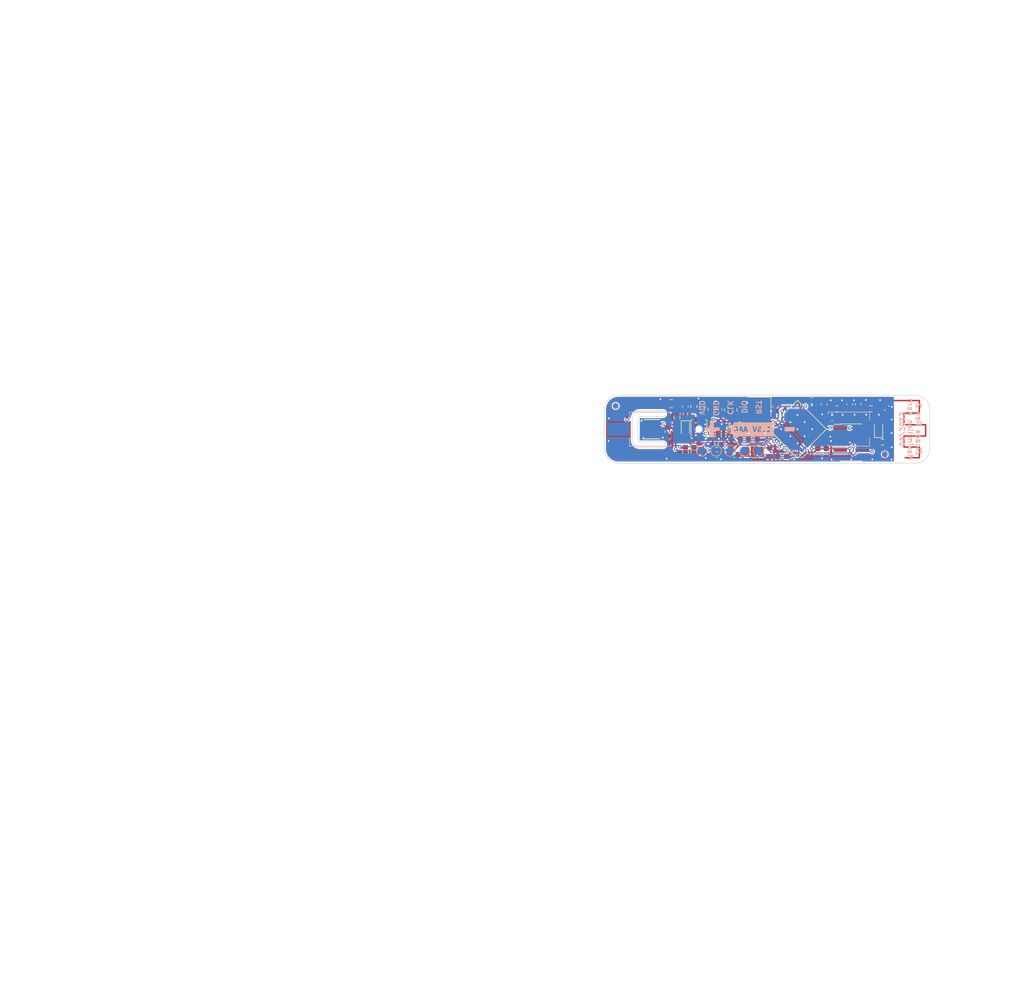
<source format=kicad_pcb>
(kicad_pcb (version 20241229) (generator "pcbnew") (generator_version "9.0")
  (title_block (title "Zicada") (date "2025-09-03") (rev "2") (company "Maximilian Kern"))
  (layers (0 "F.Cu" signal) (2 "B.Cu" signal) (13 "F.Paste" user) (15 "B.Paste" user) (5 "F.SilkS" user "F.Silkscreen") (7 "B.SilkS" user "B.Silkscreen") (1 "F.Mask" user) (3 "B.Mask" user) (25 "Edge.Cuts" user))
  (property "ADDRESS1" "")
  (property "ADDRESS2" "")
  (property "ADDRESS3" "")
  (property "ADDRESS4" "")
  (property "APPLICATION_BUILDNUMBER" "")
  (property "APPROVEDBY" "")
  (property "AUTHOR" "=Designer")
  (property "CHECKEDBY" "")
  (property "CURRENTDATE" "")
  (property "CURRENTTIME" "")
  (property "DOCUMENTFULLPATHANDNAME" "")
  (property "DOCUMENTNAME" "")
  (property "DOCUMENTNUMBER" "")
  (property "DOCUMENTSIZE" "A4")
  (property "DRAWNBY" "=Designer")
  (property "ENGINEER" "")
  (property "IMAGEPATH" "")
  (property "MODIFIEDDATE" "")
  (property "ORGANIZATION" "Nordic Semiconductor")
  (property "PROJECTNAME" "=ProjectName")
  (property "SHEETTOTAL" "1")
  (property "TIME" "")
  (net 0 "")
  (net 1 "GND")
  (net 2 "/DEC5")
  (net 3 "VDD")
  (net 4 "/DEC3")
  (net 5 "/DEC4_6")
  (net 6 "/DEC1")
  (net 7 "+BATT")
  (net 8 "/SCL")
  (net 9 "/LED2")
  (net 10 "/SDA")
  (net 11 "/HALL_IN")
  (net 12 "/SWDCLK")
  (net 13 "/NRST")
  (net 14 "/SWDIO")
  (net 15 "Net-(J2-Pin_1)")
  (net 19 "Net-(D1-K)")
  (net 20 "/VSENS")
  (net 21 "/SW1")
  (net 22 "/LED1")
  (net 23 "Net-(U4-VIN)")
  (net 24 "Net-(C1-Pad2)")
  (net 25 "Net-(C4-Pad2)")
  (net 26 "Net-(U1-XC1)")
  (net 27 "Net-(U1-XC2)")
  (net 28 "Net-(U4-SW)")
  (net 30 "Net-(U1-ANT)")
  (net 31 "Net-(U1-XL2{slash}P0.01)")
  (net 32 "Net-(U1-XL1{slash}P0.00)")
  (net 76 "unconnected-(U2-EP-Pad7)")
  (net 77 "Net-(D2-K)")
  (footprint "Capacitor_SMD:C_0603_1608Metric" (layer "F.Cu") (at 161.6 88.625 90)
    (property "Reference" "C9" (hide yes))
    (property "Value" "0.8pF")
  )
  (footprint "Inductor_SMD:L_1008_2520Metric" (layer "F.Cu") (at 145.1 89.6 -90)
    (property "Reference" "L2" (hide yes))
    (property "Value" "4.7uH")
  )
  (footprint "Capacitor_SMD:C_0603_1608Metric" (layer "F.Cu") (at 166.1 88.6 -90)
    (property "Reference" "C7" (hide yes))
    (property "Value" "0.5pF")
  )
  (footprint "Capacitor_SMD:C_0603_1608Metric" (layer "F.Cu") (at 159.385266 88)
    (property "Reference" "C8" (hide yes))
    (property "Value" "100pF")
  )
  (footprint "Capacitor_SMD:C_0603_1608Metric" (layer "F.Cu") (at 146 94.8 180)
    (property "Reference" "C23" (hide yes))
    (property "Value" "10uF")
  )
  (footprint "Fiducial:Fiducial_1mm_Mask2mm" (layer "F.Cu") (at 172.3 97.4)
    (property "Reference" "FID1" (hide yes))
    (property "Value" "Fiducial")
  )
  (footprint "Capacitor_SMD:C_0603_1608Metric" (layer "F.Cu") (at 172.65 89.29 135)
    (property "Reference" "C1" (hide yes))
    (property "Value" "N.C.")
  )
  (footprint "Capacitor_SMD:C_0603_1608Metric" (layer "F.Cu") (at 143 89.5 90)
    (property "Reference" "C19" (hide yes))
    (property "Value" "100nF")
  )
  (footprint "Crystal:Crystal_SMD_Abracon_ABM8G-4Pin_3.2x2.5mm" (layer "F.Cu") (at 150.135266 89.05 180)
    (property "Reference" "Y1" (hide yes))
    (property "Value" "32MHz")
  )
  (footprint "Capacitor_SMD:C_0603_1608Metric" (layer "F.Cu") (at 152 97.1 90)
    (property "Reference" "C15" (hide yes))
    (property "Value" "12pF")
  )
  (footprint "LED_SMD:LED_0603_1608Metric" (layer "F.Cu") (at 137.1 93 -90)
    (property "Reference" "D2" (hide yes))
    (property "Value" "LED")
  )
  (footprint "Fuse:Fuse_0805_2012Metric" (layer "F.Cu") (at 134.6 88.5 180)
    (property "Reference" "F1" (hide yes))
    (property "Value" "350mA")
  )
  (footprint "Capacitor_SMD:C_0603_1608Metric" (layer "F.Cu") (at 145.7 97.5)
    (property "Reference" "C17" (hide yes))
    (property "Value" "12pF")
  )
  (footprint "Resistor_SMD:R_0603_1608Metric" (layer "F.Cu") (at 135.6 91 -90)
    (property "Reference" "R8" (hide yes))
    (property "Value" "330R")
  )
  (footprint "Capacitor_SMD:C_0603_1608Metric" (layer "F.Cu") (at 134 93.45 -90)
    (property "Reference" "C20" (hide yes))
    (property "Value" "100nF")
  )
  (footprint "Resistor_SMD:R_0603_1608Metric" (layer "F.Cu") (at 138.6 97.025 -90)
    (property "Reference" "R6" (hide yes))
    (property "Value" "10K")
  )
  (footprint "Button_Switch_SMD:SW_SPST_B3U-1000P-B" (layer "F.Cu") (at 139.5 93 90)
    (property "Reference" "SW1" (hide yes))
    (property "Value" "SW_Push")
  )
  (footprint "Package_TO_SOT_SMD:SOT-23" (layer "F.Cu") (at 142.9 93 90)
    (property "Reference" "U3" (hide yes))
    (property "Value" "SM351LT")
  )
  (footprint "Capacitor_SMD:C_0603_1608Metric" (layer "F.Cu") (at 153.035266 89 -90)
    (property "Reference" "C5" (hide yes))
    (property "Value" "12pF")
  )
  (footprint "Resistor_SMD:R_0603_1608Metric" (layer "F.Cu") (at 169.85 89.4)
    (property "Reference" "R1" (hide yes))
    (property "Value" "0R")
  )
  (footprint "Package_SON:WSON-6_1.5x1.5mm_P0.5mm" (layer "F.Cu") (at 145.7 92.8 -90)
    (property "Reference" "U4" (hide yes))
    (property "Value" "TPS610981")
  )
  (footprint "Resistor_SMD:R_0603_1608Metric" (layer "F.Cu") (at 141.6 89.5 -90)
    (property "Reference" "R4" (hide yes))
    (property "Value" "402R")
  )
  (footprint "Capacitor_SMD:C_0603_1608Metric" (layer "F.Cu") (at 161.985266 97.2 -90)
    (property "Reference" "C16" (hide yes))
    (property "Value" "100nF")
  )
  (footprint "Capacitor_SMD:C_0603_1608Metric" (layer "F.Cu") (at 149 94.8 180)
    (property "Reference" "C10" (hide yes))
    (property "Value" "100nF")
  )
  (footprint "Inductor_SMD:L_0603_1608Metric" (layer "F.Cu") (at 163.85 89.4 180)
    (property "Reference" "L1" (hide yes))
    (property "Value" "4.7nH")
  )
  (footprint "Capacitor_SMD:C_0603_1608Metric" (layer "F.Cu") (at 163 91.05)
    (property "Reference" "C3" (hide yes))
    (property "Value" "820pF")
  )
  (footprint "Capacitor_SMD:C_0603_1608Metric" (layer "F.Cu") (at 154.2 97.8)
    (property "Reference" "C11" (hide yes))
    (property "Value" "4.7uF")
  )
  (footprint "Capacitor_SMD:C_0603_1608Metric" (layer "F.Cu") (at 150.6 92.4 -90)
    (property "Reference" "C2" (hide yes))
    (property "Value" "1uF")
  )
  (footprint "Capacitor_SMD:C_0603_1608Metric" (layer "F.Cu") (at 137.1 89 -90)
    (property "Reference" "C24" (hide yes))
    (property "Value" "100nF")
  )
  (footprint "Connector_PinHeader_1.27mm:PinHeader_2x05_P1.27mm_Vertical_SMD" (layer "F.Cu") (at 166.385266 95.35)
    (property "Reference" "J1" (hide yes))
    (property "Value" "Conn_ARM_JTAG_SWD_10")
  )
  (footprint "Resistor_SMD:R_0603_1608Metric" (layer "F.Cu") (at 137.1 97.025 -90)
    (property "Reference" "R5" (hide yes))
    (property "Value" "10K")
  )
  (footprint "Package_SON:Texas_PWSON-N6" (layer "F.Cu") (at 131.1 93)
    (property "Reference" "U2" (hide yes))
    (property "Value" "HDC2080")
  )
  (footprint "Package_DFN_QFN:Nordic_AQFN-73-1EP_7x7mm_P0.5mm" (layer "F.Cu") (at 156.885266 93 45)
    (property "Reference" "U1" (hide yes))
    (property "Value" "nRF52840")
  )
  (footprint "Capacitor_SMD:C_0603_1608Metric" (layer "F.Cu") (at 160.485266 97.2 -90)
    (property "Reference" "C14" (hide yes))
    (property "Value" "100nF")
  )
  (footprint "Crystal:Crystal_SMD_MicroCrystal_CC7V-T1A-2Pin_3.2x1.5mm" (layer "F.Cu") (at 149.2 97 180)
    (property "Reference" "Y2" (hide yes))
    (property "Value" "32.768kHz")
  )
  (footprint "Resistor_SMD:R_0603_1608Metric" (layer "F.Cu") (at 138.6 89 90)
    (property "Reference" "R7" (hide yes))
    (property "Value" "0R")
  )
  (footprint "Capacitor_SMD:C_0603_1608Metric" (layer "F.Cu") (at 167.6 88.6 -90)
    (property "Reference" "C4" (hide yes))
    (property "Value" "N.C.")
  )
  (footprint "Capacitor_SMD:C_0603_1608Metric" (layer "F.Cu") (at 147.235266 89.1 -90)
    (property "Reference" "C6" (hide yes))
    (property "Value" "12pF")
  )
  (footprint "Capacitor_SMD:C_0603_1608Metric" (layer "F.Cu") (at 142.7 97.5)
    (property "Reference" "C21" (hide yes))
    (property "Value" "100nF")
  )
  (footprint "Fiducial:Fiducial_1mm_Mask2mm" (layer "F.Cu") (at 124.8 88.9)
    (property "Reference" "FID2" (hide yes))
    (property "Value" "Fiducial")
  )
  (footprint "Resistor_SMD:R_0603_1608Metric" (layer "F.Cu") (at 171.9 95.296015 180)
    (property "Reference" "R2" (hide yes))
    (property "Value" "330R")
  )
  (footprint "Capacitor_SMD:C_0603_1608Metric" (layer "F.Cu") (at 147.6 92.4 -90)
    (property "Reference" "C12" (hide yes))
    (property "Value" "1uF")
  )
  (footprint "Capacitor_SMD:C_0603_1608Metric" (layer "F.Cu") (at 149.1 92.4 -90)
    (property "Reference" "C13" (hide yes))
    (property "Value" "100nF")
  )
  (footprint "Capacitor_SMD:C_0603_1608Metric" (layer "F.Cu") (at 140.1 89 90)
    (property "Reference" "C18" (hide yes))
    (property "Value" "10uF")
  )
  (footprint "Resistor_SMD:R_0603_1608Metric" (layer "F.Cu") (at 142.6 95.7)
    (property "Reference" "R3" (hide yes))
    (property "Value" "1M")
  )
  (footprint "LED_SMD:LED_0603_1608Metric" (layer "F.Cu") (at 171.2 93 90)
    (property "Reference" "D1" (hide yes))
    (property "Value" "LED")
  )
  (footprint "TestPoint:TestPoint_Pad_D1.5mm" (layer "B.Cu") (at 140 96.8 90)
    (property "Reference" "TP4" (hide yes))
    (property "Value" "TestPoint")
  )
  (footprint "Fiducial:Fiducial_1mm_Mask2mm" (layer "B.Cu") (at 124.8 88.9 180)
    (property "Reference" "FID3" (hide yes))
    (property "Value" "Fiducial")
  )
  (footprint "Fiducial:Fiducial_1mm_Mask2mm" (layer "B.Cu") (at 172.3 97.5 180)
    (property "Reference" "FID4" (hide yes))
    (property "Value" "Fiducial")
  )
  (footprint "kibuzzard-6898F1CE" (layer "B.Cu") (at 155.5 93 180)
    (property "Reference" "kibuzzard-6898F1CE" (hide yes))
    (property "Value" "G***" (hide yes))
  )
  (footprint "zicadaLib:MYOUNG MY-AAA-07" (layer "B.Cu") (at 160 93)
    (property "Reference" "J3" (hide yes))
    (property "Value" "Conn_01x01_Pin")
  )
  (footprint "zicadaLib:MYOUNG MY-AAA-07" (layer "B.Cu") (at 136.85 93 180)
    (property "Reference" "J2" (hide yes))
    (property "Value" "Conn_01x01_Pin")
  )
  (footprint "TestPoint:TestPoint_Pad_D1.5mm" (layer "B.Cu") (at 150 96.8 -90)
    (property "Reference" "TP1" (hide yes))
    (property "Value" "TestPoint")
  )
  (footprint "TestPoint:TestPoint_Pad_D1.5mm" (layer "B.Cu") (at 142.5 96.8 90)
    (property "Reference" "TP5" (hide yes))
    (property "Value" "TestPoint")
  )
  (footprint "TestPoint:TestPoint_Pad_D1.5mm" (layer "B.Cu") (at 147.5 96.8 -90)
    (property "Reference" "TP3" (hide yes))
    (property "Value" "TestPoint")
  )
  (footprint "TestPoint:TestPoint_Pad_D1.5mm" (layer "B.Cu") (at 145 96.8 -90)
    (property "Reference" "TP2" (hide yes))
    (property "Value" "TestPoint")
  )
  (footprint "kibuzzard-6898F105" (layer "B.Cu") (at 141.8 93 180)
    (property "Reference" "kibuzzard-6898F105" (hide yes))
    (property "Value" "G***" (hide yes))
  )
  (footprint "kibuzzard-6898F6DD" (layer "B.Cu") (at 148.9 93 180)
    (property "Reference" "kibuzzard-6898F6DD" (hide yes))
    (property "Value" "G***" (hide yes))
  )
  (gr_line (start 158.95 89.2) (end 159.3 88.85) (stroke (width 0.2)) (layer "F.Cu") (net 1))
  (gr_rect (start 145.6 93.766222) (end 152.758104 94.265855) (fill yes) (layer "B.SilkS"))
  (gr_rect (start 145.6 91.793874) (end 152.758104 92.250684) (fill yes) (layer "B.SilkS"))
  (gr_arc (start 127.75 91.1) (mid 128.145406 90.145406) (end 129.1 89.75) (stroke (width 0.1)) (layer "Edge.Cuts"))
  (gr_arc (start 122.8 89.5) (mid 123.532233 87.732234) (end 125.299999 87.000001) (stroke (width 0.1)) (layer "Edge.Cuts"))
  (gr_arc (start 133.1 95.25) (mid 133.6 95.75) (end 133.1 96.25) (stroke (width 0.1)) (layer "Edge.Cuts"))
  (gr_line (start 128.75 91.1) (end 128.75 94.9) (stroke (width 0.1)) (layer "Edge.Cuts"))
  (gr_arc (start 129.1 96.25) (mid 128.145406 95.854594) (end 127.75 94.9) (stroke (width 0.1)) (layer "Edge.Cuts"))
  (gr_line (start 122.8 96.5) (end 122.8 89.5) (stroke (width 0.1)) (layer "Edge.Cuts"))
  (gr_arc (start 180.2 96.5) (mid 179.467767 98.267766) (end 177.700001 98.999999) (stroke (width 0.1)) (layer "Edge.Cuts"))
  (gr_arc (start 128.75 91.1) (mid 128.852513 90.852513) (end 129.1 90.75) (stroke (width 0.1)) (layer "Edge.Cuts"))
  (gr_line (start 177.7 99) (end 125.3 99) (stroke (width 0.1)) (layer "Edge.Cuts"))
  (gr_line (start 125.3 87.000001) (end 177.7 87) (stroke (width 0.1)) (layer "Edge.Cuts"))
  (gr_arc (start 129.1 95.25) (mid 128.852513 95.147487) (end 128.75 94.9) (stroke (width 0.1)) (layer "Edge.Cuts"))
  (gr_arc (start 177.700001 87.000001) (mid 179.467767 87.732234) (end 180.2 89.5) (stroke (width 0.1)) (layer "Edge.Cuts"))
  (gr_line (start 133.1 89.75) (end 129.1 89.75) (stroke (width 0.1)) (layer "Edge.Cuts"))
  (gr_line (start 180.2 89.5) (end 180.2 96.5) (stroke (width 0.1)) (layer "Edge.Cuts"))
  (gr_arc (start 125.3 99) (mid 123.532234 98.267767) (end 122.800001 96.500001) (stroke (width 0.1)) (layer "Edge.Cuts"))
  (gr_arc (start 133.1 89.75) (mid 133.6 90.25) (end 133.1 90.75) (stroke (width 0.1)) (layer "Edge.Cuts"))
  (gr_line (start 127.75 91.1) (end 127.75 94.9) (stroke (width 0.1)) (layer "Edge.Cuts"))
  (gr_line (start 129.1 95.25) (end 133.1 95.25) (stroke (width 0.1)) (layer "Edge.Cuts"))
  (gr_line (start 129.1 90.75) (end 133.1 90.75) (stroke (width 0.1)) (layer "Edge.Cuts"))
  (gr_line (start 133.1 96.25) (end 129.1 96.25) (stroke (width 0.1)) (layer "Edge.Cuts"))
  (gr_text "CLK" (at 145 87.8 270) (layer "B.SilkS") (effects (font (size 0.9 0.9) (thickness 0.18) (bold yes)) (justify right mirror)))
  (gr_text "Zicada Rev 2\nMaximilian Kern\n09/2025" (at 176.8 93 270) (layer "B.SilkS") (effects (font (size 0.9 0.9) (thickness 0.18) (bold yes)) (justify mirror)))
  (gr_text "RST" (at 150 87.8 270) (layer "B.SilkS") (effects (font (size 0.9 0.9) (thickness 0.18) (bold yes)) (justify right mirror)))
  (gr_text "DIO" (at 147.5 87.8 270) (layer "B.SilkS") (effects (font (size 0.9 0.9) (thickness 0.18) (bold yes)) (justify right mirror)))
  (gr_text "VDD" (at 140 87.8 270) (layer "B.SilkS") (effects (font (size 0.9 0.9) (thickness 0.18) (bold yes)) (justify right mirror)))
  (gr_text "GND" (at 142.5 87.8 270) (layer "B.SilkS") (effects (font (size 0.9 0.9) (thickness 0.18) (bold yes)) (justify right mirror)))
  (segment (start 163.149 98.599) (end 162.9 98.35) (width 0.2) (layer "F.Cu") (net 1))
  (segment (start 144.816209 94.066198) (end 145.320209 94.066198) (width 0.3) (layer "F.Cu") (net 1))
  (segment (start 130.05 94.75) (end 133 94.75) (width 0.2) (layer "F.Cu") (net 1))
  (segment (start 139.421397 87.60042) (end 139.40042 87.60042) (width 0.2) (layer "F.Cu") (net 1))
  (segment (start 157.955979 89.807966) (end 157.769149 89.994796) (width 0.145) (layer "F.Cu") (net 1))
  (segment (start 157.769149 89.994796) (end 157.4 90.363945) (width 0.3) (layer "F.Cu") (net 1))
  (segment (start 156.3 98.35) (end 156.05 98.6) (width 0.2) (layer "F.Cu") (net 1))
  (segment (start 160.044159 88.113053) (end 160.160266 88) (width 0.145) (layer "F.Cu") (net 1))
  (segment (start 146.187549 93.798853) (end 145.920204 94.066198) (width 0.3) (layer "F.Cu") (net 1))
  (segment (start 153.880062 92.116117) (end 154.263945 92.5) (width 0.3) (layer "F.Cu") (net 1))
  (segment (start 160.160266 88) (end 160.160266 88.039734) (width 0.5) (layer "F.Cu") (net 1))
  (segment (start 158.612927 89.537073) (end 158.368645 89.537073) (width 0.145) (layer "F.Cu") (net 1))
  (segment (start 156.05 98.6) (end 152.2 98.6) (width 0.2) (layer "F.Cu") (net 1))
  (segment (start 145.2 93.945989) (end 145.2 93.375) (width 0.3) (layer "F.Cu") (net 1))
  (segment (start 129.7 94.4) (end 130.05 94.75) (width 0.2) (layer "F.Cu") (net 1))
  (segment (start 158.900992 89.27965) (end 158.87035 89.27965) (width 0.145) (layer "F.Cu") (net 1))
  (segment (start 169.826 98.599) (end 163.149 98.599) (width 0.2) (layer "F.Cu") (net 1))
  (segment (start 139.851 98.599) (end 135.15 98.599) (width 0.2) (layer "F.Cu") (net 1))
  (segment (start 139.421397 87.60042) (end 139.421397 87.621397) (width 0.5) (layer "F.Cu") (net 1))
  (segment (start 160.160266 88.039734) (end 159.3 88.9) (width 0.5) (layer "F.Cu") (net 1))
  (segment (start 144.6 92.899989) (end 144.6 93.849989) (width 0.3) (layer "F.Cu") (net 1))
  (segment (start 139.421397 87.621397) (end 139.5 87.7) (width 0.5) (layer "F.Cu") (net 1))
  (segment (start 156.9 96.367835) (end 156.9 95.5) (width 0.2) (layer "F.Cu") (net 1))
  (segment (start 132.999 87.401) (end 132.7 87.7) (width 0.2) (layer "F.Cu") (net 1))
  (segment (start 142.443961 88.094999) (end 143 88.651038) (width 0.5) (layer "F.Cu") (net 1))
  (segment (start 159.3 88.9) (end 159.7 88.5) (width 0.5) (layer "F.Cu") (net 1))
  (segment (start 145.320209 94.066198) (end 145.2 93.945989) (width 0.3) (layer "F.Cu") (net 1))
  (segment (start 139.5 87.7) (end 139.675 87.7) (width 0.5) (layer "F.Cu") (net 1))
  (segment (start 145.920204 94.066198) (end 145.320209 94.066198) (width 0.3) (layer "F.Cu") (net 1))
  (segment (start 158.368645 89.537073) (end 158.309543 89.596175) (width 0.145) (layer "F.Cu") (net 1))
  (segment (start 152 97.85) (end 152 98.575) (width 0.145) (layer "F.Cu") (net 1))
  (segment (start 157.238819 97.242641) (end 157.113819 97.117641) (width 0.2) (layer "F.Cu") (net 1))
  (segment (start 152.1 97.8125) (end 152.1 98.5375) (width 0.145) (layer "F.Cu") (net 1))
  (segment (start 139.675 87.7) (end 140.1 88.125) (width 0.5) (layer "F.Cu") (net 1))
  (segment (start 170.1 98.325) (end 169.826 98.599) (width 0.2) (layer "F.Cu") (net 1))
  (segment (start 144.6 93.849989) (end 144.816209 94.066198) (width 0.3) (layer "F.Cu") (net 1))
  (segment (start 129.7 93) (end 129.7 94.4) (width 0.2) (layer "F.Cu") (net 1))
  (segment (start 157.113819 97.117641) (end 157.113819 96.581654) (width 0.2) (layer "F.Cu") (net 1))
  (segment (start 143 88.651038) (end 143 88.725) (width 0.5) (layer "F.Cu") (net 1))
  (segment (start 158.309543 89.596175) (end 158.3 89.596175) (width 0.145) (layer "F.Cu") (net 1))
  (segment (start 135.6 90.175) (end 135.925 90.175) (width 0.2) (layer "F.Cu") (net 1))
  (segment (start 146.187549 93.262538) (end 146.187549 93.798853) (width 0.3) (layer "F.Cu") (net 1))
  (segment (start 153.3 97.775) (end 153.3 98.5) (width 0.145) (layer "F.Cu") (net 1))
  (segment (start 136.325 89.775) (end 137.1 89.775) (width 0.2) (layer "F.Cu") (net 1))
  (segment (start 158.088209 89.807966) (end 157.955979 89.807966) (width 0.145) (layer "F.Cu") (net 1))
  (segment (start 144.4 92.8) (end 144.500011 92.8) (width 0.3) (layer "F.Cu") (net 1))
  (segment (start 152.2 98.6) (end 151 98.6) (width 0.2) (layer "F.Cu") (net 1))
  (segment (start 135.925 90.175) (end 136.325 89.775) (width 0.2) (layer "F.Cu") (net 1))
  (segment (start 158.87035 89.27965) (end 158.612927 89.537073) (width 0.145) (layer "F.Cu") (net 1))
  (segment (start 139.40042 87.60042) (end 139.201 87.401) (width 0.2) (layer "F.Cu") (net 1))
  (segment (start 153.4 97.8125) (end 153.4 98.5375) (width 0.145) (layer "F.Cu") (net 1))
  (segment (start 153.5 97.775) (end 153.5 98.5) (width 0.145) (layer "F.Cu") (net 1))
  (segment (start 142.396828 88.094999) (end 142.443961 88.094999) (width 0.5) (layer "F.Cu") (net 1))
  (segment (start 144.500011 92.8) (end 144.6 92.899989) (width 0.3) (layer "F.Cu") (net 1))
  (segment (start 158.3 89.596175) (end 158.088209 89.807966) (width 0.145) (layer "F.Cu") (net 1))
  (segment (start 139.201 87.401) (end 132.999 87.401) (width 0.2) (layer "F.Cu") (net 1))
  (segment (start 151.9 97.8125) (end 151.9 98.5375) (width 0.145) (layer "F.Cu") (net 1))
  (segment (start 157.113819 96.581654) (end 156.9 96.367835) (width 0.2) (layer "F.Cu") (net 1))
  (via (at 143.4 98.3) (size 0.6) (drill 0.3) (layers "F.Cu" "B.Cu") (net 1))
  (via (at 123.55067 95.095675) (size 0.6) (drill 0.3) (layers "F.Cu" "B.Cu") (net 1))
  (via (at 140.604762 92.161278) (size 0.6) (drill 0.3) (layers "F.Cu" "B.Cu") (net 1))
  (via (at 156.885266 93) (size 0.6) (drill 0.3) (layers "F.Cu" "B.Cu") (net 1))
  (via (at 155.635266 91.75) (size 0.6) (drill 0.3) (layers "F.Cu" "B.Cu") (net 1))
  (via (at 161.25 90.4) (size 0.6) (drill 0.3) (layers "F.Cu" "B.Cu") (net 1))
  (via (at 173.55 89.05) (size 0.6) (drill 0.3) (layers "F.Cu" "B.Cu") (net 1))
  (via (at 133.8 98.2) (size 0.6) (drill 0.3) (layers "F.Cu" "B.Cu") (net 1))
  (via (at 129.7 94.55) (size 0.6) (drill 0.3) (layers "F.Cu" "B.Cu") (net 1))
  (via (at 140.655 94.7) (size 0.6) (drill 0.3) (layers "F.Cu" "B.Cu") (net 1))
  (via (at 152.23 89.81) (size 0.6) (drill 0.3) (layers "F.Cu" "B.Cu") (net 1))
  (via (at 134.5 90.1) (size 0.6) (drill 0.3) (layers "F.Cu" "B.Cu") (net 1))
  (via (at 156.3 98.35) (size 0.6) (drill 0.3) (layers "F.Cu" "B.Cu") (net 1))
  (via (at 173.5 91.3) (size 0.6) (drill 0.3) (layers "F.Cu" "B.Cu") (net 1))
  (via (at 158.135266 94.25) (size 0.6) (drill 0.3) (layers "F.Cu" "B.Cu") (net 1))
  (via (at 143 94.7) (size 0.6) (drill 0.3) (layers "F.Cu" "B.Cu") (net 1))
  (via (at 166.375 98.35) (size 0.6) (drill 0.3) (layers "F.Cu" "B.Cu") (net 1))
  (via (at 132.7 87.7) (size 0.6) (drill 0.3) (layers "F.Cu" "B.Cu") (net 1))
  (via (at 163 90.4) (size 0.6) (drill 0.3) (layers "F.Cu" "B.Cu") (net 1))
  (via (at 166.125 95.35) (size 0.6) (drill 0.3) (layers "F.Cu" "B.Cu") (net 1))
  (via (at 143.5 92.1) (size 0.6) (drill 0.3) (layers "F.Cu" "B.Cu") (net 1))
  (via (at 168.95 87.85) (size 0.6) (drill 0.3) (layers "F.Cu" "B.Cu") (net 1))
  (via (at 162.9 98.35) (size 0.6) (drill 0.3) (layers "F.Cu" "B.Cu") (net 1))
  (via (at 171.25 90.45) (size 0.6) (drill 0.3) (layers "F.Cu" "B.Cu") (net 1))
  (via (at 164.85 90.45) (size 0.6) (drill 0.3) (layers "F.Cu" "B.Cu") (net 1))
  (via (at 170.1 98.325) (size 0.6) (drill 0.3) (layers "F.Cu" "B.Cu") (net 1))
  (via (at 144.4 92.8) (size 0.6) (drill 0.3) (layers "F.Cu" "B.Cu") (net 1))
  (via (at 148.3 93.755) (size 0.6) (drill 0.3) (layers "F.Cu" "B.Cu") (net 1))
  (via (at 164.75 87.9) (size 0.6) (drill 0.3) (layers "F.Cu" "B.Cu") (net 1))
  (via (at 142.396828 88.094999) (size 0.6) (drill 0.3) (layers "F.Cu" "B.Cu") (net 1))
  (via (at 148 88.3) (size 0.6) (drill 0.3) (layers "F.Cu" "B.Cu") (net 1))
  (via (at 173.5 98.35) (size 0.6) (drill 0.3) (layers "F.Cu" "B.Cu") (net 1))
  (via (at 162.8 95.1) (size 0.6) (drill 0.3) (layers "F.Cu" "B.Cu") (net 1))
  (via (at 156.885266 90.5) (size 0.6) (drill 0.3) (layers "F.Cu" "B.Cu") (net 1))
  (via (at 171.47 87.87) (size 0.6) (drill 0.3) (layers "F.Cu" "B.Cu") (net 1))
  (via (at 162.7 94.3) (size 0.6) (drill 0.3) (layers "F.Cu" "B.Cu") (net 1))
  (via (at 140.7 98.1) (size 0.6) (drill 0.3) (layers "F.Cu" "B.Cu") (net 1))
  (via (at 159.45 88.75) (size 0.6) (drill 0.3) (layers "F.Cu" "B.Cu") (net 1))
  (via (at 156.9 95.5) (size 0.6) (drill 0.3) (layers "F.Cu" "B.Cu") (net 1))
  (via (at 139.421397 87.60042) (size 0.6) (drill 0.3) (layers "F.Cu" "B.Cu") (net 1))
  (via (at 173.5 96.2) (size 0.6) (drill 0.3) (layers "F.Cu" "B.Cu") (net 1))
  (via (at 133.1 94.5) (size 0.6) (drill 0.3) (layers "F.Cu" "B.Cu") (net 1))
  (via (at 144.521835 94.814213) (size 0.6) (drill 0.3) (layers "F.Cu" "B.Cu") (net 1))
  (via (at 173.5 93.7) (size 0.6) (drill 0.3) (layers "F.Cu" "B.Cu") (net 1))
  (via (at 154 93) (size 0.6) (drill 0.3) (layers "F.Cu" "B.Cu") (net 1))
  (via (at 159.5 93) (size 0.6) (drill 0.3) (layers "F.Cu" "B.Cu") (net 1))
  (via (at 158.135266 91.75) (size 0.6) (drill 0.3) (layers "F.Cu" "B.Cu") (net 1))
  (via (at 161.232352 98.165326) (size 0.6) (drill 0.3) (layers "F.Cu" "B.Cu") (net 1))
  (via (at 155.635266 94.25) (size 0.6) (drill 0.3) (layers "F.Cu" "B.Cu") (net 1))
  (via (at 169 90.45) (size 0.6) (drill 0.3) (layers "F.Cu" "B.Cu") (net 1))
  (via (at 123.6 91.1) (size 0.6) (drill 0.3) (layers "F.Cu" "B.Cu") (net 1))
  (via (at 162.75 87.9) (size 0.6) (drill 0.3) (layers "F.Cu" "B.Cu") (net 1))
  (via (at 151.2 93.755) (size 0.6) (drill 0.3) (layers "F.Cu" "B.Cu") (net 1))
  (via (at 166.95 90.45) (size 0.6) (drill 0.3) (layers "F.Cu" "B.Cu") (net 1))
  (via (at 166.85 87.9) (size 0.6) (drill 0.3) (layers "F.Cu" "B.Cu") (net 1))
  (arc (start 158.930256 89.226957) (mid 158.911305 89.250828) (end 158.900992 89.27965) (width 0.145) (layer "F.Cu") (net 1))
  (segment (start 144.449 98.599) (end 155.849 98.599) (width 0.2) (layer "B.Cu") (net 1))
  (segment (start 156.25 98.35) (end 156.3 98.35) (width 0.2) (layer "B.Cu") (net 1))
  (segment (start 155.849 98.599) (end 155.85 98.6) (width 0.2) (layer "B.Cu") (net 1))
  (segment (start 159.36014 90.87868) (end 159.53882 90.7) (width 0.3) (layer "F.Cu") (net 2))
  (segment (start 160.4 91.1) (end 162.225 91.1) (width 0.3) (layer "F.Cu") (net 2))
  (segment (start 159.53882 90.7) (end 160 90.7) (width 0.3) (layer "F.Cu") (net 2))
  (segment (start 160 90.7) (end 160.4 91.1) (width 0.3) (layer "F.Cu") (net 2))
  (segment (start 152.642625 93.092625) (end 152.642625 93.353553) (width 0.3) (layer "F.Cu") (net 3))
  (segment (start 155.175 97.9) (end 155.2 97.9) (width 0.25) (layer "F.Cu") (net 3))
  (segment (start 158.6 96.8) (end 158.9 97.1) (width 0.3) (layer "F.Cu") (net 3))
  (segment (start 146.2 92.275) (end 146.425 92.275) (width 0.3) (layer "F.Cu") (net 3))
  (segment (start 157.646 97.754) (end 156.053128 97.754) (width 0.3) (layer "F.Cu") (net 3))
  (segment (start 164.435266 92.81) (end 163.605425 92.81) (width 0.23) (layer "F.Cu") (net 3))
  (segment (start 159.8 97.1) (end 160.3 96.6) (width 0.3) (layer "F.Cu") (net 3))
  (segment (start 141.9 96.7) (end 141.775 96.7) (width 0.3) (layer "F.Cu") (net 3))
  (segment (start 155.907128 97.9) (end 155.075 97.9) (width 0.3) (layer "F.Cu") (net 3))
  (segment (start 139.906694 97.85) (end 138.6 97.85) (width 0.3) (layer "F.Cu") (net 3))
  (segment (start 135.380228 96.504943) (end 135.380228 93.480228) (width 0.3) (layer "F.Cu") (net 3))
  (segment (start 146.2 92.275) (end 146.225 92.25) (width 0.3) (layer "F.Cu") (net 3))
  (segment (start 133.175 92.8) (end 132.975 93) (width 0.3) (layer "F.Cu") (net 3))
  (segment (start 149.010266 91.75) (end 148.885266 91.625) (width 0.3) (layer "F.Cu") (net 3))
  (segment (start 162.936872 93.478553) (end 161.252907 93.478553) (width 0.23) (layer "F.Cu") (net 3))
  (segment (start 160.252018 95.2) (end 159.43882 95.2) (width 0.3) (layer "F.Cu") (net 3))
  (segment (start 135.380228 93.480228) (end 134.575 92.675) (width 0.3) (layer "F.Cu") (net 3))
  (segment (start 155.824606 96.950394) (end 155.824606 96.924606) (width 0.3) (layer "F.Cu") (net 3))
  (segment (start 147.496635 91.625) (end 147.6 91.625) (width 0.3) (layer "F.Cu") (net 3))
  (segment (start 149.164266 91.75) (end 149.010266 91.75) (width 0.3) (layer "F.Cu") (net 3))
  (segment (start 134.575 92.675) (end 134 92.675) (width 0.3) (layer "F.Cu") (net 3))
  (segment (start 146.8 95.6) (end 146.8 92.321635) (width 0.3) (layer "F.Cu") (net 3))
  (segment (start 141.9 96.7) (end 141.9 97.475) (width 0.3) (layer "F.Cu") (net 3))
  (segment (start 155.824606 96.924606) (end 155.824606 96.535534) (width 0.3) (layer "F.Cu") (net 3))
  (segment (start 145.7 96.7) (end 141.9 96.7) (width 0.3) (layer "F.Cu") (net 3))
  (segment (start 155.2 97.9) (end 155.2 97.549212) (width 0.3) (layer "F.Cu") (net 3))
  (segment (start 134 92.675) (end 133.875 92.8) (width 0.3) (layer "F.Cu") (net 3))
  (segment (start 155.075 97.9) (end 154.975 97.8) (width 0.3) (layer "F.Cu") (net 3))
  (segment (start 152.55997 92.4) (end 149.814266 92.4) (width 0.3) (layer "F.Cu") (net 3))
  (segment (start 160.3 96.6) (end 160.3 95.247982) (width 0.3) (layer "F.Cu") (net 3))
  (segment (start 158.6 96.8) (end 157.646 97.754) (width 0.3) (layer "F.Cu") (net 3))
  (segment (start 141.056694 96.7) (end 139.906694 97.85) (width 0.3) (layer "F.Cu") (net 3))
  (segment (start 160.3 95.247982) (end 160.347982 95.2) (width 0.3) (layer "F.Cu") (net 3))
  (segment (start 161.146447 93.353553) (end 161.127907 93.353553) (width 0.3) (layer "F.Cu") (net 3))
  (segment (start 137.175 97.85) (end 137.1 97.925) (width 0.3) (layer "F.Cu") (net 3))
  (segment (start 149.814266 92.4) (end 149.164266 91.75) (width 0.3) (layer "F.Cu") (net 3))
  (segment (start 146.871635 92.25) (end 147.496635 91.625) (width 0.3) (layer "F.Cu") (net 3))
  (segment (start 156.001383 96.358757) (end 155.824606 96.535534) (width 0.3) (layer "F.Cu") (net 3))
  (segment (start 146.8 92.321635) (end 146.753365 92.275) (width 0.3) (layer "F.Cu") (net 3))
  (segment (start 141.9 96.7) (end 141.056694 96.7) (width 0.3) (layer "F.Cu") (net 3))
  (segment (start 152.603079 92.443109) (end 152.603079 93.053079) (width 0.3) (layer "F.Cu") (net 3))
  (segment (start 161.127907 93.353553) (end 161.252907 93.478553) (width 0.3) (layer "F.Cu") (net 3))
  (segment (start 133.875 92.8) (end 133.175 92.8) (width 0.3) (layer "F.Cu") (net 3))
  (segment (start 138.6 97.85) (end 137.125 97.85) (width 0.3) (layer "F.Cu") (net 3))
  (segment (start 146.225 92.25) (end 146.871635 92.25) (width 0.3) (layer "F.Cu") (net 3))
  (segment (start 145.7 96.7) (end 146.8 95.6) (width 0.3) (layer "F.Cu") (net 3))
  (segment (start 161.985266 96.425) (end 160.485266 96.425) (width 0.3) (layer "F.Cu") (net 3))
  (segment (start 152.603079 92.443109) (end 152.55997 92.4) (width 0.3) (layer "F.Cu") (net 3))
  (segment (start 152.603079 93.053079) (end 152.642625 93.092625) (width 0.3) (layer "F.Cu") (net 3))
  (segment (start 132.975 93) (end 132.5 93) (width 0.3) (layer "F.Cu") (net 3))
  (segment (start 156.053159 88.985913) (end 156.178159 89.110913) (width 0.3) (layer "F.Cu") (net 3))
  (segment (start 154.975 97.8) (end 155.824606 96.950394) (width 0.3) (layer "F.Cu") (net 3))
  (segment (start 159.43882 95.2) (end 159.36014 95.12132) (width 0.3) (layer "F.Cu") (net 3))
  (segment (start 148.885266 91.625) (end 147.635266 91.625) (width 0.3) (layer "F.Cu") (net 3))
  (segment (start 141.95 95.525) (end 141.95 94.0375) (width 0.3) (layer "F.Cu") (net 3))
  (segment (start 154.990811 88.985913) (end 156.053159 88.985913) (width 0.3) (layer "F.Cu") (net 3))
  (segment (start 158.9 97.1) (end 159.8 97.1) (width 0.3) (layer "F.Cu") (net 3))
  (segment (start 163.605425 92.81) (end 162.936872 93.478553) (width 0.23) (layer "F.Cu") (net 3))
  (segment (start 141.9 97.475) (end 141.925 97.5) (width 0.3) (layer "F.Cu") (net 3))
  (segment (start 156.053128 97.754) (end 155.907128 97.9) (width 0.3) (layer "F.Cu") (net 3))
  (segment (start 141.775 96.7) (end 141.775 95.7) (width 0.3) (layer "F.Cu") (net 3))
  (segment (start 156.354936 96.358757) (end 156.001383 96.358757) (width 0.3) (layer "F.Cu") (net 3))
  (segment (start 146.753365 92.275) (end 146.2 92.275) (width 0.3) (layer "F.Cu") (net 3))
  (segment (start 161.252907 94.295075) (end 160.347982 95.2) (width 0.3) (layer "F.Cu") (net 3))
  (segment (start 154.180995 89.795729) (end 154.990811 88.985913) (width 0.3) (layer "F.Cu") (net 3))
  (segment (start 160.3 95.247982) (end 160.252018 95.2) (width 0.3) (layer "F.Cu") (net 3))
  (segment (start 161.252907 93.478553) (end 161.252907 94.295075) (width 0.3) (layer "F.Cu") (net 3))
  (segment (start 155.2 97.549212) (end 155.824606 96.924606) (width 0.3) (layer "F.Cu") (net 3))
  (segment (start 141.775 95.7) (end 141.95 95.525) (width 0.3) (layer "F.Cu") (net 3))
  (via (at 135.380228 96.504943) (size 0.6) (drill 0.3) (layers "F.Cu" "B.Cu") (net 3))
  (via (at 141.056694 96.7) (size 0.6) (drill 0.3) (layers "F.Cu" "B.Cu") (net 3))
  (via (at 158.6 96.8) (size 0.6) (drill 0.3) (layers "F.Cu" "B.Cu") (net 3))
  (via (at 154.180995 89.795729) (size 0.6) (drill 0.3) (layers "F.Cu" "B.Cu") (net 3))
  (via (at 152.603079 92.443109) (size 0.6) (drill 0.3) (layers "F.Cu" "B.Cu") (net 3))
  (segment (start 152.646188 92.4) (end 153.305995 92.4) (width 0.3) (layer "B.Cu") (net 3))
  (segment (start 157.6 95.8) (end 157.6 94.95) (width 0.3) (layer "B.Cu") (net 3))
  (segment (start 152.603079 92.443109) (end 152.646188 92.4) (width 0.3) (layer "B.Cu") (net 3))
  (segment (start 153.305995 92.4) (end 154.105995 91.6) (width 0.3) (layer "B.Cu") (net 3))
  (segment (start 141.056694 96.7) (end 140.1 96.7) (width 0.3) (layer "B.Cu") (net 3))
  (segment (start 157.6 94.95) (end 154.25 91.6) (width 0.3) (layer "B.Cu") (net 3))
  (segment (start 135.675285 96.8) (end 135.380228 96.504943) (width 0.3) (layer "B.Cu") (net 3))
  (segment (start 154.180995 91.530995) (end 154.180995 89.795729) (width 0.3) (layer "B.Cu") (net 3))
  (segment (start 154.105995 91.6) (end 154.25 91.6) (width 0.3) (layer "B.Cu") (net 3))
  (segment (start 140.1 96.7) (end 140 96.8) (width 0.3) (layer "B.Cu") (net 3))
  (segment (start 154.25 91.6) (end 154.180995 91.530995) (width 0.3) (layer "B.Cu") (net 3))
  (segment (start 140 96.8) (end 135.675285 96.8) (width 0.3) (layer "B.Cu") (net 3))
  (segment (start 158.6 96.8) (end 157.6 95.8) (width 0.3) (layer "B.Cu") (net 3))
  (segment (start 157.415596 89.175966) (end 157.659819 88.931743) (width 0.3) (layer "F.Cu") (net 4))
  (segment (start 157.415596 89.641243) (end 157.415596 89.175966) (width 0.3) (layer "F.Cu") (net 4))
  (segment (start 157.659819 88.340181) (end 158 88) (width 0.3) (layer "F.Cu") (net 4))
  (segment (start 158 88) (end 158.610266 88) (width 0.3) (layer "F.Cu") (net 4))
  (segment (start 157.659819 88.931743) (end 157.659819 88.340181) (width 0.3) (layer "F.Cu") (net 4))
  (segment (start 158.255392 89.129874) (end 158.255392 89.155) (width 0.2) (layer "F.Cu") (net 5))
  (segment (start 152.55 91.7) (end 152.796505 91.7) (width 0.3) (layer "F.Cu") (net 5))
  (segment (start 152.314734 91.65) (end 150.660266 91.65) (width 0.3) (layer "F.Cu") (net 5))
  (segment (start 150.660266 91.65) (end 150.635266 91.625) (width 0.3) (layer "F.Cu") (net 5))
  (segment (start 152.55 91.7) (end 152.364734 91.7) (width 0.3) (layer "F.Cu") (net 5))
  (segment (start 153.085266 92) (end 153.526509 92.441243) (width 0.3) (layer "F.Cu") (net 5))
  (segment (start 153.085266 91.988761) (end 153.085266 92) (width 0.3) (layer "F.Cu") (net 5))
  (segment (start 157.945926 89.464466) (end 157.945926 89.324403) (width 0.25) (layer "F.Cu") (net 5))
  (segment (start 158.303884 88.966445) (end 158.303884 89.081382) (width 0.2) (layer "F.Cu") (net 5))
  (segment (start 153.526509 92.441243) (end 153.526509 92.46967) (width 0.3) (layer "F.Cu") (net 5))
  (segment (start 158.303884 89.081382) (end 158.255392 89.129874) (width 0.2) (layer "F.Cu") (net 5))
  (segment (start 152.796505 91.7) (end 153.085266 91.988761) (width 0.3) (layer "F.Cu") (net 5))
  (segment (start 157.945926 89.324403) (end 158.303885 88.966444) (width 0.25) (layer "F.Cu") (net 5))
  (segment (start 152.364734 91.7) (end 152.314734 91.65) (width 0.3) (layer "F.Cu") (net 5))
  (segment (start 158.303885 88.966444) (end 158.303884 88.966445) (width 0.2) (layer "F.Cu") (net 5))
  (via (at 158.303885 88.966444) (size 0.6) (drill 0.3) (layers "F.Cu" "B.Cu") (net 5))
  (via (at 152.55 91.7) (size 0.6) (drill 0.3) (layers "F.Cu" "B.Cu") (net 5))
  (segment (start 153.5 91.3) (end 153.1 91.7) (width 0.3) (layer "B.Cu") (net 5))
  (segment (start 153.5 89.45) (end 153.5 91.3) (width 0.3) (layer "B.Cu") (net 5))
  (segment (start 158.303885 88.966444) (end 158.270329 89) (width 0.3) (layer "B.Cu") (net 5))
  (segment (start 153.1 91.7) (end 152.55 91.7) (width 0.3) (layer "B.Cu") (net 5))
  (segment (start 158.270329 89) (end 153.95 89) (width 0.3) (layer "B.Cu") (net 5))
  (segment (start 153.95 89) (end 153.5 89.45) (width 0.3) (layer "B.Cu") (net 5))
  (segment (start 149.975 94.8) (end 149.875 94.7) (width 0.3) (layer "F.Cu") (net 6))
  (segment (start 152.960824 93.707107) (end 152.821117 93.846814) (width 0.3) (layer "F.Cu") (net 6))
  (segment (start 152.996179 93.707107) (end 152.923176 93.707107) (width 0.2) (layer "F.Cu") (net 6))
  (segment (start 152.103906 93.846814) (end 151.15072 94.8) (width 0.3) (layer "F.Cu") (net 6))
  (segment (start 151.15072 94.8) (end 149.975 94.8) (width 0.3) (layer "F.Cu") (net 6))
  (segment (start 152.821117 93.846814) (end 152.103906 93.846814) (width 0.3) (layer "F.Cu") (net 6))
  (segment (start 141.475 88.675) (end 141.575 88.675) (width 0.3) (layer "F.Cu") (net 7))
  (segment (start 139.7 89.85) (end 139.961381 89.588619) (width 0.3) (layer "F.Cu") (net 7))
  (segment (start 137.671 88.971) (end 136.0085 88.971) (width 0.3) (layer "F.Cu") (net 7))
  (segment (start 136.0085 88.971) (end 135.5375 88.5) (width 0.3) (layer "F.Cu") (net 7))
  (segment (start 142.4 89.5) (end 143.7 89.5) (width 0.3) (layer "F.Cu") (net 7))
  (segment (start 141.575 88.675) (end 142.4 89.5) (width 0.3) (layer "F.Cu") (net 7))
  (segment (start 138.525 89.825) (end 139.675 89.825) (width 0.3) (layer "F.Cu") (net 7))
  (segment (start 140.561381 89.588619) (end 141.475 88.675) (width 0.3) (layer "F.Cu") (net 7))
  (segment (start 143.7 89.5) (end 144.675 88.525) (width 0.3) (layer "F.Cu") (net 7))
  (segment (start 139.961381 89.588619) (end 140.561381 89.588619) (width 0.3) (layer "F.Cu") (net 7))
  (segment (start 137.671 88.971) (end 138.525 89.825) (width 0.3) (layer "F.Cu") (net 7))
  (segment (start 139.675 89.825) (end 139.7 89.85) (width 0.3) (layer "F.Cu") (net 7))
  (segment (start 144.675 88.525) (end 145.1 88.525) (width 0.3) (layer "F.Cu") (net 7))
  (segment (start 136.8 96.3) (end 136.825 96.275) (width 0.3) (layer "F.Cu") (net 8))
  (segment (start 132.535937 92.085937) (end 132.5 92.05) (width 0.2) (layer "F.Cu") (net 8))
  (segment (start 154.645926 96.3) (end 155.117499 95.828427) (width 0.2) (layer "F.Cu") (net 8))
  (segment (start 133.2 92.25) (end 133.035937 92.085937) (width 0.2) (layer "F.Cu") (net 8))
  (segment (start 136.825 96.275) (end 137.1 96.275) (width 0.3) (layer "F.Cu") (net 8))
  (segment (start 154.597337 96.3) (end 154.645926 96.3) (width 0.2) (layer "F.Cu") (net 8))
  (segment (start 136.126866 96.109265) (end 136.317601 96.3) (width 0.3) (layer "F.Cu") (net 8))
  (segment (start 133.035937 92.085937) (end 132.535937 92.085937) (width 0.2) (layer "F.Cu") (net 8))
  (segment (start 136.317601 96.3) (end 136.8 96.3) (width 0.3) (layer "F.Cu") (net 8))
  (segment (start 154.572556 96.275219) (end 154.597337 96.3) (width 0.2) (layer "F.Cu") (net 8))
  (via (at 154.572556 96.275219) (size 0.6) (drill 0.3) (layers "F.Cu" "B.Cu") (net 8))
  (via (at 133.127572 92.085937) (size 0.6) (drill 0.3) (layers "F.Cu" "B.Cu") (net 8))
  (via (at 136.126866 96.109265) (size 0.6) (drill 0.3) (layers "F.Cu" "B.Cu") (net 8))
  (segment (start 151.2 95.4) (end 139.6 95.4) (width 0.2) (layer "B.Cu") (net 8))
  (segment (start 134.8 95.9) (end 135.8 95.9) (width 0.2) (layer "B.Cu") (net 8))
  (segment (start 138.890735 96.109265) (end 136.126866 96.109265) (width 0.2) (layer "B.Cu") (net 8))
  (segment (start 136.009265 96.109265) (end 136.126866 96.109265) (width 0.2) (layer "B.Cu") (net 8))
  (segment (start 154.572556 96.275219) (end 154.147775 96.7) (width 0.2) (layer "B.Cu") (net 8))
  (segment (start 135.8 95.9) (end 136.009265 96.109265) (width 0.2) (layer "B.Cu") (net 8))
  (segment (start 133.127572 92.085937) (end 133.103558 92.109951) (width 0.2) (layer "B.Cu") (net 8))
  (segment (start 133.151586 92.109951) (end 134.5 93.458365) (width 0.2) (layer "B.Cu") (net 8))
  (segment (start 139.6 95.4) (end 138.890735 96.109265) (width 0.2) (layer "B.Cu") (net 8))
  (segment (start 134.5 95.6) (end 134.8 95.9) (width 0.2) (layer "B.Cu") (net 8))
  (segment (start 133.103558 92.109951) (end 133.151586 92.109951) (width 0.2) (layer "B.Cu") (net 8))
  (segment (start 152.5 96.7) (end 151.2 95.4) (width 0.2) (layer "B.Cu") (net 8))
  (segment (start 154.147775 96.7) (end 152.5 96.7) (width 0.2) (layer "B.Cu") (net 8))
  (segment (start 134.5 93.458365) (end 134.5 95.6) (width 0.2) (layer "B.Cu") (net 8))
  (segment (start 140.633722 93.7875) (end 137.1 93.7875) (width 0.2) (layer "F.Cu") (net 9))
  (segment (start 153.652159 96.138978) (end 153.645 96.131819) (width 0.2) (layer "F.Cu") (net 9))
  (segment (start 153.645 96.105) (end 154.150126 95.599874) (width 0.2) (layer "F.Cu") (net 9))
  (segment (start 140.655 93.808778) (end 140.633722 93.7875) (width 0.2) (layer "F.Cu") (net 9))
  (segment (start 154.150126 95.599874) (end 154.638946 95.599874) (width 0.2) (layer "F.Cu") (net 9))
  (segment (start 154.638946 95.599874) (end 154.763946 95.474874) (width 0.2) (layer "F.Cu") (net 9))
  (segment (start 153.645 96.131819) (end 153.645 96.105) (width 0.2) (layer "F.Cu") (net 9))
  (via (at 140.655 93.808778) (size 0.6) (drill 0.3) (layers "F.Cu" "B.Cu") (net 9))
  (via (at 153.652159 96.138978) (size 0.6) (drill 0.3) (layers "F.Cu" "B.Cu") (net 9))
  (segment (start 153.652159 96.138978) (end 152.638978 96.138978) (width 0.2) (layer "B.Cu") (net 9))
  (segment (start 151.554 95.054) (end 146.579 95.054) (width 0.2) (layer "B.Cu") (net 9))
  (segment (start 146.579 95.054) (end 145.574997 94.049997) (width 0.2) (layer "B.Cu") (net 9))
  (segment (start 152.638978 96.138978) (end 151.554 95.054) (width 0.2) (layer "B.Cu") (net 9))
  (segment (start 140.896219 94.049997) (end 140.655 93.808778) (width 0.2) (layer "B.Cu") (net 9))
  (segment (start 145.574997 94.049997) (end 140.896219 94.049997) (width 0.2) (layer "B.Cu") (net 9))
  (segment (start 134 91.4) (end 130.05 91.4) (width 0.2) (layer "F.Cu") (net 10))
  (segment (start 153.072 94.828) (end 153.289499 94.828) (width 0.2) (layer "F.Cu") (net 10))
  (segment (start 137.725 95.4) (end 136.2 95.4) (width 0.2) (layer "F.Cu") (net 10))
  (segment (start 153.289499 94.828) (end 153.703285 94.414214) (width 0.2) (layer "F.Cu") (net 10))
  (segment (start 152.745436 95.154564) (end 153.072 94.828) (width 0.2) (layer "F.Cu") (net 10))
  (segment (start 135.9 95.1) (end 135.9 93.3) (width 0.2) (layer "F.Cu") (net 10))
  (segment (start 140.025 96.275) (end 138.6 96.275) (width 0.2) (layer "F.Cu") (net 10))
  (segment (start 141.2 93.264008) (end 141.2 95.1) (width 0.2) (layer "F.Cu") (net 10))
  (segment (start 141.2 95.1) (end 140.025 96.275) (width 0.2) (layer "F.Cu") (net 10))
  (segment (start 135.9 93.3) (end 134 91.4) (width 0.2) (layer "F.Cu") (net 10))
  (segment (start 130.05 91.4) (end 129.7 91.75) (width 0.2) (layer "F.Cu") (net 10))
  (segment (start 136.2 95.4) (end 135.9 95.1) (width 0.2) (layer "F.Cu") (net 10))
  (segment (start 138.6 96.275) (end 137.725 95.4) (width 0.2) (layer "F.Cu") (net 10))
  (segment (start 129.7 92.05) (end 129.6 92.05) (width 0.2) (layer "F.Cu") (net 10))
  (segment (start 129.7 91.75) (end 129.7 92.05) (width 0.2) (layer "F.Cu") (net 10))
  (via (at 152.745436 95.154564) (size 0.6) (drill 0.3) (layers "F.Cu" "B.Cu") (net 10))
  (via (at 141.2 93.264008) (size 0.6) (drill 0.3) (layers "F.Cu" "B.Cu") (net 10))
  (segment (start 141.264008 93.264008) (end 141.2 93.264008) (width 0.2) (layer "B.Cu") (net 10))
  (segment (start 152.290872 94.7) (end 146.78268 94.7) (width 0.2) (layer "B.Cu") (net 10))
  (segment (start 145.68268 93.6) (end 141.6 93.6) (width 0.2) (layer "B.Cu") (net 10))
  (segment (start 146.78268 94.7) (end 145.68268 93.6) (width 0.2) (layer "B.Cu") (net 10))
  (segment (start 141.6 93.6) (end 141.264008 93.264008) (width 0.2) (layer "B.Cu") (net 10))
  (segment (start 152.745436 95.154564) (end 152.290872 94.7) (width 0.2) (layer "B.Cu") (net 10))
  (segment (start 144.114482 95.945) (end 144.043564 96.015918) (width 0.2) (layer "F.Cu") (net 11))
  (segment (start 143.9 95.965321) (end 143.634679 95.7) (width 0.2) (layer "F.Cu") (net 11))
  (segment (start 143.425 95.7) (end 143.425 95.641321) (width 0.2) (layer "F.Cu") (net 11))
  (segment (start 143.634679 95.7) (end 143.425 95.7) (width 0.2) (layer "F.Cu") (net 11))
  (segment (start 143.440918 96.015918) (end 143.125 95.7) (width 0.2) (layer "F.Cu") (net 11))
  (segment (start 155.428606 96.471394) (end 155.428606 96.371506) (width 0.2) (layer "F.Cu") (net 11))
  (segment (start 144.043564 96.015918) (end 143.440918 96.015918) (width 0.2) (layer "F.Cu") (net 11))
  (segment (start 143.85 95.216321) (end 143.85 94.0375) (width 0.2) (layer "F.Cu") (net 11))
  (segment (start 155.428606 96.371506) (end 155.471052 96.329059) (width 0.2) (layer "F.Cu") (net 11))
  (segment (start 155.471052 96.329059) (end 155.471052 96.181981) (width 0.2) (layer "F.Cu") (net 11))
  (segment (start 143.425 95.641321) (end 143.85 95.216321) (width 0.2) (layer "F.Cu") (net 11))
  (segment (start 155.125492 96.774508) (end 155.428606 96.471394) (width 0.2) (layer "F.Cu") (net 11))
  (via (at 155.125492 96.774508) (size 0.6) (drill 0.3) (layers "F.Cu" "B.Cu") (net 11))
  (via (at 144.114482 95.945) (size 0.6) (drill 0.3) (layers "F.Cu" "B.Cu") (net 11))
  (segment (start 150.925 95.8) (end 152.225 97.1) (width 0.2) (layer "B.Cu") (net 11))
  (segment (start 144.098303 96.036371) (end 144.163629 96.036371) (width 0.2) (layer "B.Cu") (net 11))
  (segment (start 144.114482 95.945) (end 144.07785 95.981632) (width 0.2) (layer "B.Cu") (net 11))
  (segment (start 144.4 95.8) (end 150.925 95.8) (width 0.2) (layer "B.Cu") (net 11))
  (segment (start 154.8 97.1) (end 155.125492 96.774508) (width 0.2) (layer "B.Cu") (net 11))
  (segment (start 144.163629 96.036371) (end 144.4 95.8) (width 0.2) (layer "B.Cu") (net 11))
  (segment (start 144.07785 95.981632) (end 144.07785 96.015918) (width 0.2) (layer "B.Cu") (net 11))
  (segment (start 152.225 97.1) (end 154.8 97.1) (width 0.2) (layer "B.Cu") (net 11))
  (segment (start 144.07785 96.015918) (end 144.098303 96.036371) (width 0.2) (layer "B.Cu") (net 11))
  (segment (start 170.05 93.89087) (end 170.05 92.525) (width 0.2) (layer "F.Cu") (net 12))
  (segment (start 160.873246 92.194) (end 160.774353 92.292893) (width 0.2) (layer "F.Cu") (net 12))
  (segment (start 170.05 96.95) (end 170.05 93.89087) (width 0.2) (layer "F.Cu") (net 12))
  (segment (start 168.645266 94.08) (end 170.05 94.08) (width 0.2) (layer "F.Cu") (net 12))
  (segment (start 169.719 92.194) (end 160.873246 92.194) (width 0.2) (layer "F.Cu") (net 12))
  (segment (start 170.05 92.525) (end 169.719 92.194) (width 0.2) (layer "F.Cu") (net 12))
  (segment (start 170.05 94.08) (end 170.05 93.89087) (width 0.2) (layer "F.Cu") (net 12))
  (via (at 170.05 96.95) (size 0.6) (drill 0.3) (layers "F.Cu" "B.Cu") (net 12))
  (segment (start 170.035666 96.935666) (end 167.414334 96.935666) (width 0.2) (layer "B.Cu") (net 12))
  (segment (start 159.190636 98.088) (end 157.177246 98.088) (width 0.2) (layer "B.Cu") (net 12))
  (segment (start 146.746 97.796) (end 145.85 96.9) (width 0.2) (layer "B.Cu") (net 12))
  (segment (start 170.05 96.95) (end 170.035666 96.935666) (width 0.2) (layer "B.Cu") (net 12))
  (segment (start 156.889246 97.8) (end 155.921508 97.8) (width 0.2) (layer "B.Cu") (net 12))
  (segment (start 157.177246 98.088) (end 156.889246 97.8) (width 0.2) (layer "B.Cu") (net 12))
  (segment (start 155.921508 97.8) (end 155.533508 98.188) (width 0.2) (layer "B.Cu") (net 12))
  (segment (start 159.732636 97.546) (end 159.190636 98.088) (width 0.2) (layer "B.Cu") (net 12))
  (segment (start 167.414334 96.935666) (end 166.804 97.546) (width 0.2) (layer "B.Cu") (net 12))
  (segment (start 148.696 97.796) (end 146.746 97.796) (width 0.2) (layer "B.Cu") (net 12))
  (segment (start 145.85 96.9) (end 145 96.9) (width 0.2) (layer "B.Cu") (net 12))
  (segment (start 155.533508 98.188) (end 149.088 98.188) (width 0.2) (layer "B.Cu") (net 12))
  (segment (start 149.088 98.188) (end 148.696 97.796) (width 0.2) (layer "B.Cu") (net 12))
  (segment (start 166.804 97.546) (end 159.732636 97.546) (width 0.2) (layer "B.Cu") (net 12))
  (segment (start 166.080268 96.4) (end 166.080268 96.980268) (width 0.2) (layer "F.Cu") (net 13))
  (segment (start 159.385266 95.853554) (end 159.006586 95.474874) (width 0.2) (layer "F.Cu") (net 13))
  (segment (start 158.95481 95.423098) (end 159.006586 95.474874) (width 0.2) (layer "F.Cu") (net 13))
  (segment (start 166.080268 96.980268) (end 166.99 97.89) (width 0.2) (layer "F.Cu") (net 13))
  (segment (start 166.99 97.89) (end 168.025266 97.89) (width 0.2) (layer "F.Cu") (net 13))
  (segment (start 158.95481 95.069544) (end 158.95481 95.423098) (width 0.2) (layer "F.Cu") (net 13))
  (segment (start 159.385266 96.4) (end 159.385266 95.853554) (width 0.2) (layer "F.Cu") (net 13))
  (segment (start 158.82981 94.944544) (end 158.95481 95.069544) (width 0.2) (layer "F.Cu") (net 13))
  (via (at 159.385266 96.4) (size 0.6) (drill 0.3) (layers "F.Cu" "B.Cu") (net 13))
  (via (at 166.080268 96.4) (size 0.6) (drill 0.3) (layers "F.Cu" "B.Cu") (net 13))
  (segment (start 150.1 96.9) (end 150.1 96.8) (width 0.2) (layer "B.Cu") (net 13))
  (segment (start 157.463882 97.396) (end 157.121882 97.054) (width 0.2) (layer "B.Cu") (net 13))
  (segment (start 150.1 96.8) (end 150 96.9) (width 0.2) (layer "B.Cu") (net 13))
  (segment (start 159.385266 96.914734) (end 158.904 97.396) (width 0.2) (layer "B.Cu") (net 13))
  (segment (start 166.080268 96.4) (end 159.385266 96.4) (width 0.2) (layer "B.Cu") (net 13))
  (segment (start 157.121882 97.054) (end 155.688872 97.054) (width 0.2) (layer "B.Cu") (net 13))
  (segment (start 150.696 97.496) (end 150.1 96.9) (width 0.2) (layer "B.Cu") (net 13))
  (segment (start 158.904 97.396) (end 157.463882 97.396) (width 0.2) (layer "B.Cu") (net 13))
  (segment (start 155.246872 97.496) (end 150.696 97.496) (width 0.2) (layer "B.Cu") (net 13))
  (segment (start 159.385266 96.4) (end 159.385266 96.914734) (width 0.2) (layer "B.Cu") (net 13))
  (segment (start 155.688872 97.054) (end 155.246872 97.496) (width 0.2) (layer "B.Cu") (net 13))
  (segment (start 166.767784 92.902216) (end 166.690568 92.825) (width 0.2) (layer "F.Cu") (net 14))
  (segment (start 166.767784 95.755497) (end 166.767784 92.902216) (width 0.2) (layer "F.Cu") (net 14))
  (segment (start 166.690568 92.825) (end 166.9 92.825) (width 0.2) (layer "F.Cu") (net 14))
  (segment (start 162.615076 92.754102) (end 161.235562 92.754102) (width 0.2) (layer "F.Cu") (net 14))
  (segment (start 166.737837 95.785444) (end 166.767784 95.755497) (width 0.2) (layer "F.Cu") (net 14))
  (segment (start 166.1 92.825) (end 166.660568 92.825) (width 0.2) (layer "F.Cu") (net 14))
  (segment (start 161.235562 92.754102) (end 161.127907 92.646447) (width 0.2) (layer "F.Cu") (net 14))
  (segment (start 166.741397 96.042894) (end 166.737837 96.039334) (width 0.2) (layer "F.Cu") (net 14))
  (segment (start 168.010266 92.825) (end 168.135266 92.7) (width 0.2) (layer "F.Cu") (net 14))
  (segment (start 166.690568 92.825) (end 168.010266 92.825) (width 0.2) (layer "F.Cu") (net 14))
  (segment (start 162.647089 92.754102) (end 162.647089 92.722089) (width 0.2) (layer "F.Cu") (net 14))
  (segment (start 166.737837 96.039334) (end 166.737837 95.785444) (width 0.2) (layer "F.Cu") (net 14))
  (segment (start 162.647089 92.722089) (end 162.615076 92.754102) (width 0.2) (layer "F.Cu") (net 14))
  (via (at 166.1 92.825) (size 0.6) (drill 0.3) (layers "F.Cu" "B.Cu") (net 14))
  (via (at 166.741397 96.042894) (size 0.6) (drill 0.3) (layers "F.Cu" "B.Cu") (net 14))
  (via (at 162.647089 92.754102) (size 0.6) (drill 0.3) (layers "F.Cu" "B.Cu") (net 14))
  (segment (start 149.342 97.842) (end 148.4 96.9) (width 0.2) (layer "B.Cu") (net 14))
  (segment (start 157.320564 97.742) (end 156.978564 97.4) (width 0.2) (layer "B.Cu") (net 14))
  (segment (start 162.676191 92.725) (end 166 92.725) (width 0.2) (layer "B.Cu") (net 14))
  (segment (start 166.767784 96.832216) (end 166.4 97.2) (width 0.2) (layer "B.Cu") (net 14))
  (segment (start 162.647089 92.754102) (end 162.676191 92.725) (width 0.2) (layer "B.Cu") (net 14))
  (segment (start 159.589318 97.2) (end 159.047318 97.742) (width 0.2) (layer "B.Cu") (net 14))
  (segment (start 148.4 96.9) (end 147.5 96.9) (width 0.2) (layer "B.Cu") (net 14))
  (segment (start 166.4 97.2) (end 159.589318 97.2) (width 0.2) (layer "B.Cu") (net 14))
  (segment (start 155.39019 97.842) (end 149.342 97.842) (width 0.2) (layer "B.Cu") (net 14))
  (segment (start 155.83219 97.4) (end 155.39019 97.842) (width 0.2) (layer "B.Cu") (net 14))
  (segment (start 156.978564 97.4) (end 155.83219 97.4) (width 0.2) (layer "B.Cu") (net 14))
  (segment (start 166 92.725) (end 166.1 92.825) (width 0.2) (layer "B.Cu") (net 14))
  (segment (start 166.767784 96.079761) (end 166.767784 96.832216) (width 0.2) (layer "B.Cu") (net 14))
  (segment (start 166.741397 96.053374) (end 166.767784 96.079761) (width 0.2) (layer "B.Cu") (net 14))
  (segment (start 159.047318 97.742) (end 157.320564 97.742) (width 0.2) (layer "B.Cu") (net 14))
  (segment (start 166.741397 96.042894) (end 166.741397 96.053374) (width 0.2) (layer "B.Cu") (net 14))
  (segment (start 126.8 90.3) (end 128.3 88.8) (width 0.5) (layer "F.Cu") (net 15))
  (segment (start 126.8 91.3) (end 126.8 90.3) (width 0.5) (layer "F.Cu") (net 15))
  (segment (start 128.3 88.8) (end 133.3625 88.8) (width 0.5) (layer "F.Cu") (net 15))
  (segment (start 133.3625 88.8) (end 133.6625 88.5) (width 0.5) (layer "F.Cu") (net 15))
  (via (at 126.8 91.3) (size 0.6) (drill 0.3) (layers "F.Cu" "B.Cu") (net 15))
  (segment (start 126.55 92.45) (end 126.1 92.45) (width 0.5) (layer "B.Cu") (net 15))
  (segment (start 126.8 91.3) (end 126.8 92.2) (width 0.5) (layer "B.Cu") (net 15))
  (segment (start 125.55 93) (end 124.35 93) (width 0.5) (layer "B.Cu") (net 15))
  (segment (start 126.8 92.2) (end 126.55 92.45) (width 0.5) (layer "B.Cu") (net 15))
  (segment (start 135.95 93) (end 135.3 92.35) (width 0.3) (layer "B.Cu") (net 15))
  (segment (start 126.1 92.45) (end 125.55 93) (width 0.5) (layer "B.Cu") (net 15))
  (segment (start 171.075 94.197766) (end 171.075 95.175) (width 0.2) (layer "F.Cu") (net 19))
  (segment (start 171.485266 93.7875) (end 171.075 94.197766) (width 0.2) (layer "F.Cu") (net 19))
  (segment (start 146.484246 87.919496) (end 146.484246 90.384246) (width 0.2) (layer "F.Cu") (net 20))
  (segment (start 146.11475 87.55) (end 146.484246 87.919496) (width 0.2) (layer "F.Cu") (net 20))
  (segment (start 137.1 88.196) (end 137.15 88.146) (width 0.2) (layer "F.Cu") (net 20))
  (segment (start 138.9 88.446) (end 139.454 89) (width 0.2) (layer "F.Cu") (net 20))
  (segment (start 137.15 88.146) (end 138.6 88.146) (width 0.2) (layer "F.Cu") (net 20))
  (segment (start 138.69855 88.24455) (end 138.69855 88.3) (width 0.2) (layer "F.Cu") (net 20))
  (segment (start 141.45 87.55) (end 146.11475 87.55) (width 0.2) (layer "F.Cu") (net 20))
  (segment (start 140.859902 88.640098) (end 140.859902 88.140098) (width 0.2) (layer "F.Cu") (net 20))
  (segment (start 138.84455 88.446) (end 138.9 88.446) (width 0.2) (layer "F.Cu") (net 20))
  (segment (start 139.454 89) (end 140.5 89) (width 0.2) (layer "F.Cu") (net 20))
  (segment (start 138.6 88.146) (end 138.69855 88.24455) (width 0.2) (layer "F.Cu") (net 20))
  (segment (start 146.484246 90.384246) (end 146.929 90.829) (width 0.2) (layer "F.Cu") (net 20))
  (segment (start 140.5 89) (end 140.859902 88.640098) (width 0.2) (layer "F.Cu") (net 20))
  (segment (start 140.859902 88.140098) (end 141.45 87.55) (width 0.2) (layer "F.Cu") (net 20))
  (segment (start 138.69855 88.3) (end 138.84455 88.446) (width 0.2) (layer "F.Cu") (net 20))
  (segment (start 152.946499 90.829) (end 153.703285 91.585786) (width 0.2) (layer "F.Cu") (net 20))
  (segment (start 146.929 90.829) (end 152.946499 90.829) (width 0.2) (layer "F.Cu") (net 20))
  (segment (start 142.1 91.3) (end 139.5 91.3) (width 0.2) (layer "F.Cu") (net 21))
  (segment (start 154.05001 94.767767) (end 154.056839 94.767767) (width 0.2) (layer "F.Cu") (net 21))
  (segment (start 153.498561 95.409981) (end 153.498561 95.319216) (width 0.2) (layer "F.Cu") (net 21))
  (segment (start 153.498561 95.319216) (end 154.05001 94.767767) (width 0.2) (layer "F.Cu") (net 21))
  (via (at 153.498561 95.409981) (size 0.6) (drill 0.3) (layers "F.Cu" "B.Cu") (net 21))
  (via (at 142.1 91.3) (size 0.6) (drill 0.3) (layers "F.Cu" "B.Cu") (net 21))
  (segment (start 146.98268 94.3) (end 143.98268 91.3) (width 0.2) (layer "B.Cu") (net 21))
  (segment (start 143.98268 91.3) (end 142.1 91.3) (width 0.2) (layer "B.Cu") (net 21))
  (segment (start 153.498561 94.998561) (end 152.8 94.3) (width 0.2) (layer "B.Cu") (net 21))
  (segment (start 152.8 94.3) (end 146.98268 94.3) (width 0.2) (layer "B.Cu") (net 21))
  (segment (start 153.498561 95.409981) (end 153.498561 94.998561) (width 0.2) (layer "B.Cu") (net 21))
  (segment (start 160.267126 91.56834) (end 160.24968 91.585786) (width 0.2) (layer "F.Cu") (net 22))
  (segment (start 170 91.8) (end 160.806134 91.8) (width 0.2) (layer "F.Cu") (net 22))
  (segment (start 160.24968 91.585786) (end 160.067247 91.585786) (width 0.2) (layer "F.Cu") (net 22))
  (segment (start 170.4125 92.2125) (end 170 91.8) (width 0.2) (layer "F.Cu") (net 22))
  (segment (start 171.2 92.2125) (end 170.4125 92.2125) (width 0.2) (layer "F.Cu") (net 22))
  (segment (start 160.806134 91.8) (end 160.574474 91.56834) (width 0.2) (layer "F.Cu") (net 22))
  (segment (start 160.574474 91.56834) (end 160.267126 91.56834) (width 0.2) (layer "F.Cu") (net 22))
  (segment (start 141.5 90.325) (end 142.95 90.325) (width 0.3) (layer "F.Cu") (net 23))
  (segment (start 143 90.275) (end 143.2 90.475) (width 0.3) (layer "F.Cu") (net 23))
  (segment (start 143.2 90.9) (end 144 91.7) (width 0.3) (layer "F.Cu") (net 23))
  (segment (start 144 91.7) (end 145.10177 91.7) (width 0.3) (layer "F.Cu") (net 23))
  (segment (start 142.95 90.325) (end 143 90.275) (width 0.3) (layer "F.Cu") (net 23))
  (segment (start 145.10177 91.7) (end 145.2 91.79823) (width 0.3) (layer "F.Cu") (net 23))
  (segment (start 145.2 91.79823) (end 145.2 92.225) (width 0.3) (layer "F.Cu") (net 23))
  (segment (start 143.2 90.475) (end 143.2 90.9) (width 0.3) (layer "F.Cu") (net 23))
  (segment (start 173.408579 87.95) (end 173.358579 88) (width 0.254) (layer "F.Cu") (net 24))
  (segment (start 175.9 98.0418) (end 178.4 98.0418) (width 0.254) (layer "F.Cu") (net 24))
  (segment (start 170.975736 89.4) (end 170.8 89.4) (width 0.952) (layer "F.Cu") (net 24))
  (segment (start 172.4 88.4) (end 172.133093 88.666906) (width 0.952) (layer "F.Cu") (net 24))
  (segment (start 178.4 90.1678) (end 178.4 87.95) (width 0.254) (layer "F.Cu") (net 24))
  (segment (start 178.4 87.95) (end 173.408579 87.95) (width 0.254) (layer "F.Cu") (net 24))
  (segment (start 175.7 94.2064) (end 179.5 94.2064) (width 0.254) (layer "F.Cu") (net 24))
  (segment (start 175.7 96.1622) (end 175.7 94.2064) (width 0.254) (layer "F.Cu") (net 24))
  (segment (start 178.4 96.1622) (end 175.7 96.1622) (width 0.254) (layer "F.Cu") (net 24))
  (segment (start 175.7 92.2252) (end 175.7 90.1678) (width 0.254) (layer "F.Cu") (net 24))
  (segment (start 179.5 92.2252) (end 175.7 92.2252) (width 0.254) (layer "F.Cu") (net 24))
  (segment (start 172.133093 88.666906) (end 172.151256 88.648744) (width 0.254) (layer "F.Cu") (net 24))
  (segment (start 178.4 98.0418) (end 178.4 96.1622) (width 0.254) (layer "F.Cu") (net 24))
  (segment (start 172.405025 88.394975) (end 172.4 88.4) (width 0.254) (layer "F.Cu") (net 24))
  (segment (start 172.151256 88.648744) (end 171.7 89.1) (width 0.952) (layer "F.Cu") (net 24))
  (segment (start 175.7 90.1678) (end 178.4 90.1678) (width 0.254) (layer "F.Cu") (net 24))
  (segment (start 179.5 94.2064) (end 179.5 92.2252) (width 0.254) (layer "F.Cu") (net 24))
  (arc (start 173.358579 88) (mid 172.842519 88.102651) (end 172.405025 88.394975) (width 0.952) (layer "F.Cu") (net 24))
  (arc (start 171.7 89.1) (mid 171.367705 89.322032) (end 170.975736 89.4) (width 0.952) (layer "F.Cu") (net 24))
  (segment (start 168.9 89.4) (end 164.7 89.4) (width 0.952) (layer "F.Cu") (net 25))
  (segment (start 153.9 88) (end 153.7 88.2) (width 0.2) (layer "F.Cu") (net 26))
  (segment (start 157.238819 88.757359) (end 157.238819 88.738819) (width 0.2) (layer "F.Cu") (net 26))
  (segment (start 153.7 88.2) (end 151.235266 88.2) (width 0.2) (layer "F.Cu") (net 26))
  (segment (start 157.238819 88.738819) (end 156.5 88) (width 0.2) (layer "F.Cu") (net 26))
  (segment (start 156.5 88) (end 153.9 88) (width 0.2) (layer "F.Cu") (net 26))
  (segment (start 153.546 89.054) (end 154.1 88.5) (width 0.2) (layer "F.Cu") (net 27))
  (segment (start 154.1 88.5) (end 156.274354 88.5) (width 0.2) (layer "F.Cu") (net 27))
  (segment (start 147.260266 89.9) (end 147.235266 89.875) (width 0.2) (layer "F.Cu") (net 27))
  (segment (start 156.274354 88.5) (end 156.531713 88.757359) (width 0.2) (layer "F.Cu") (net 27))
  (segment (start 149.035266 89.9) (end 147.260266 89.9) (width 0.2) (layer "F.Cu") (net 27))
  (segment (start 149.881266 89.054) (end 153.546 89.054) (width 0.2) (layer "F.Cu") (net 27))
  (segment (start 149.035266 89.9) (end 149.881266 89.054) (width 0.2) (layer "F.Cu") (net 27))
  (segment (start 145.7 91.275) (end 145.1 90.675) (width 0.3) (layer "F.Cu") (net 28))
  (segment (start 145.1 90.675) (end 145.1 90.7) (width 0.3) (layer "F.Cu") (net 28))
  (segment (start 145.7 92.225) (end 145.7 91.275) (width 0.3) (layer "F.Cu") (net 28))
  (segment (start 145.1 90.7) (end 144.8 90.7) (width 0.3) (layer "F.Cu") (net 28))
  (segment (start 158.122703 90.21612) (end 158.122703 90.34835) (width 0.145) (layer "F.Cu") (net 30))
  (segment (start 159.999383 89.828073) (end 159.85 89.828073) (width 0.952) (layer "F.Cu") (net 30))
  (segment (start 159.85 89.828073) (end 159.396551 89.828073) (width 0.952) (layer "F.Cu") (net 30))
  (segment (start 163 89.4) (end 161.6 89.4) (width 0.952) (layer "F.Cu") (net 30))
  (segment (start 159.85 89.828073) (end 158.51075 89.828073) (width 0.145) (layer "F.Cu") (net 30))
  (segment (start 161.6 89.4) (end 161.032843 89.4) (width 0.952) (layer "F.Cu") (net 30))
  (segment (start 158.51075 89.828073) (end 158.122703 90.21612) (width 0.145) (layer "F.Cu") (net 30))
  (arc (start 160.55 89.6) (mid 160.297374 89.768799) (end 159.999383 89.828073) (width 0.952) (layer "F.Cu") (net 30))
  (arc (start 161.032843 89.4) (mid 160.77153 89.451978) (end 160.55 89.6) (width 0.952) (layer "F.Cu") (net 30))
  (segment (start 150.65 95.949999) (end 150.65 97) (width 0.145) (layer "F.Cu") (net 31))
  (segment (start 150.908999 95.691) (end 150.65 95.949999) (width 0.145) (layer "F.Cu") (net 31))
  (segment (start 150.55 96.698985) (end 150.923985 96.325) (width 0.2) (layer "F.Cu") (net 31))
  (segment (start 152.419392 94.5095) (end 151.237892 95.691) (width 0.145) (layer "F.Cu") (net 31))
  (segment (start 153.880062 93.883883) (end 153.716722 93.883883) (width 0.145) (layer "F.Cu") (net 31))
  (segment (start 153.716722 93.883883) (end 153.091105 94.5095) (width 0.145) (layer "F.Cu") (net 31))
  (segment (start 150.55 97) (end 150.55 96.698985) (width 0.2) (layer "F.Cu") (net 31))
  (segment (start 153.091105 94.5095) (end 152.419392 94.5095) (width 0.145) (layer "F.Cu") (net 31))
  (segment (start 151.237892 95.691) (end 150.908999 95.691) (width 0.145) (layer "F.Cu") (net 31))
  (segment (start 150.923985 96.325) (end 152.2 96.325) (width 0.2) (layer "F.Cu") (net 31))
  (segment (start 150.8 97.6) (end 150.6 97.4) (width 0.2) (layer "F.Cu") (net 31))
  (segment (start 148.15 95.972466) (end 148.522466 95.6) (width 0.145) (layer "F.Cu") (net 32))
  (segment (start 146.5 97.25) (end 146.75 97.5) (width 0.2) (layer "F.Cu") (net 32))
  (segment (start 153.485266 93.6) (end 153.526509 93.558757) (width 0.145) (layer "F.Cu") (net 32))
  (segment (start 152.970569 94.2185) (end 153.526509 93.66256) (width 0.145) (layer "F.Cu") (net 32))
  (segment (start 153.526509 93.66256) (end 153.526509 93.6) (width 0.145) (layer "F.Cu") (net 32))
  (segment (start 153.526509 93.53033) (end 153.526509 93.558757) (width 0.2) (layer "F.Cu") (net 32))
  (segment (start 152.298856 94.2185) (end 152.970569 94.2185) (width 0.145) (layer "F.Cu") (net 32))
  (segment (start 148.1 97.05) (end 148.1 96.8) (width 0.2) (layer "F.Cu") (net 32))
  (segment (start 150.788464 95.4) (end 151.117356 95.4) (width 0.145) (layer "F.Cu") (net 32))
  (segment (start 146.75 97.5) (end 147.65 97.5) (width 0.2) (layer "F.Cu") (net 32))
  (segment (start 148.15 97) (end 148.15 95.972466) (width 0.145) (layer "F.Cu") (net 32))
  (segment (start 150.588464 95.6) (end 150.788464 95.4) (width 0.145) (layer "F.Cu") (net 32))
  (segment (start 153.526509 93.6) (end 153.485266 93.6) (width 0.145) (layer "F.Cu") (net 32))
  (segment (start 148.522466 95.6) (end 150.588464 95.6) (width 0.145) (layer "F.Cu") (net 32))
  (segment (start 151.117356 95.4) (end 152.298856 94.2185) (width 0.145) (layer "F.Cu") (net 32))
  (segment (start 147.65 97.5) (end 148.1 97.05) (width 0.2) (layer "F.Cu") (net 32))
  (segment (start 131.2 92.2) (end 130.625 92.775) (width 0.3) (layer "F.Cu") (net 76))
  (segment (start 135.775 92) (end 136.3 92) (width 0.2) (layer "F.Cu") (net 77))
  (segment (start 136.4 92.1) (end 136.9875 92.1) (width 0.2) (layer "F.Cu") (net 77))
  (segment (start 136.3 92) (end 136.4 92.1) (width 0.2) (layer "F.Cu") (net 77))
  (segment (start 136.9875 92.1) (end 137.1 92.2125) (width 0.2) (layer "F.Cu") (net 77))
  (segment (start 135.6 91.825) (end 135.775 92) (width 0.2) (layer "F.Cu") (net 77))
  (zone (net 0) (net_name "") (layers "F.Cu" "B.Cu") (connect_pads (clearance 0)) (min_thickness 0.25)
    (keepout (tracks allowed) (vias allowed) (pads allowed) (copperpour not_allowed) (footprints allowed))
    (fill (thermal_gap 0.5) (thermal_bridge_width 0.5))
    (polygon (pts (xy 181.1712 101.87001) (xy 173.90699 101.87001) (xy 173.90699 84.0392) (xy 181.1712 84.0392)))
  )
  (zone (net 1) (net_name "GND") (layers "F.Cu" "B.Cu") (name "GND") (priority 1) (connect_pads (clearance 0.214)) (min_thickness 0.25) (fill yes (thermal_gap 0.2) (thermal_bridge_width 0.5))
    (polygon (pts (xy 173.9 91) (xy 173.9 87) (xy 122.8 87) (xy 122.8 99) (xy 173.9 99)))
  )
)
</source>
